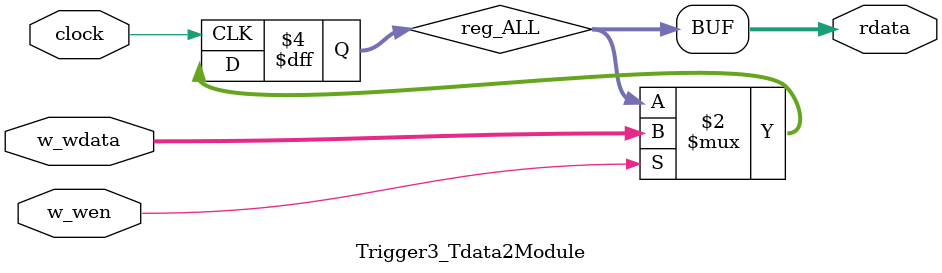
<source format=sv>
`ifndef RANDOMIZE
  `ifdef RANDOMIZE_MEM_INIT
    `define RANDOMIZE
  `endif // RANDOMIZE_MEM_INIT
`endif // not def RANDOMIZE
`ifndef RANDOMIZE
  `ifdef RANDOMIZE_REG_INIT
    `define RANDOMIZE
  `endif // RANDOMIZE_REG_INIT
`endif // not def RANDOMIZE

`ifndef RANDOM
  `define RANDOM $random
`endif // not def RANDOM

// Users can define INIT_RANDOM as general code that gets injected into the
// initializer block for modules with registers.
`ifndef INIT_RANDOM
  `define INIT_RANDOM
`endif // not def INIT_RANDOM

// If using random initialization, you can also define RANDOMIZE_DELAY to
// customize the delay used, otherwise 0.002 is used.
`ifndef RANDOMIZE_DELAY
  `define RANDOMIZE_DELAY 0.002
`endif // not def RANDOMIZE_DELAY

// Define INIT_RANDOM_PROLOG_ for use in our modules below.
`ifndef INIT_RANDOM_PROLOG_
  `ifdef RANDOMIZE
    `ifdef VERILATOR
      `define INIT_RANDOM_PROLOG_ `INIT_RANDOM
    `else  // VERILATOR
      `define INIT_RANDOM_PROLOG_ `INIT_RANDOM #`RANDOMIZE_DELAY begin end
    `endif // VERILATOR
  `else  // RANDOMIZE
    `define INIT_RANDOM_PROLOG_
  `endif // RANDOMIZE
`endif // not def INIT_RANDOM_PROLOG_

// Include register initializers in init blocks unless synthesis is set
`ifndef SYNTHESIS
  `ifndef ENABLE_INITIAL_REG_
    `define ENABLE_INITIAL_REG_
  `endif // not def ENABLE_INITIAL_REG_
`endif // not def SYNTHESIS

// Include rmemory initializers in init blocks unless synthesis is set
`ifndef SYNTHESIS
  `ifndef ENABLE_INITIAL_MEM_
    `define ENABLE_INITIAL_MEM_
  `endif // not def ENABLE_INITIAL_MEM_
`endif // not def SYNTHESIS

module Trigger3_Tdata2Module(
  input         clock,
  input         w_wen,
  input  [63:0] w_wdata,
  output [63:0] rdata
);

  reg [63:0] reg_ALL;
  always @(posedge clock) begin
    if (w_wen)
      reg_ALL <= w_wdata;
  end // always @(posedge)
  `ifdef ENABLE_INITIAL_REG_
    `ifdef FIRRTL_BEFORE_INITIAL
      `FIRRTL_BEFORE_INITIAL
    `endif // FIRRTL_BEFORE_INITIAL
    logic [31:0] _RANDOM[0:1];
    initial begin
      `ifdef INIT_RANDOM_PROLOG_
        `INIT_RANDOM_PROLOG_
      `endif // INIT_RANDOM_PROLOG_
      `ifdef RANDOMIZE_REG_INIT
        for (logic [1:0] i = 2'h0; i < 2'h2; i += 2'h1) begin
          _RANDOM[i[0]] = `RANDOM;
        end
        reg_ALL = {_RANDOM[1'h0], _RANDOM[1'h1]};
      `endif // RANDOMIZE_REG_INIT
    end // initial
    `ifdef FIRRTL_AFTER_INITIAL
      `FIRRTL_AFTER_INITIAL
    `endif // FIRRTL_AFTER_INITIAL
  `endif // ENABLE_INITIAL_REG_
  assign rdata = reg_ALL;
endmodule


</source>
